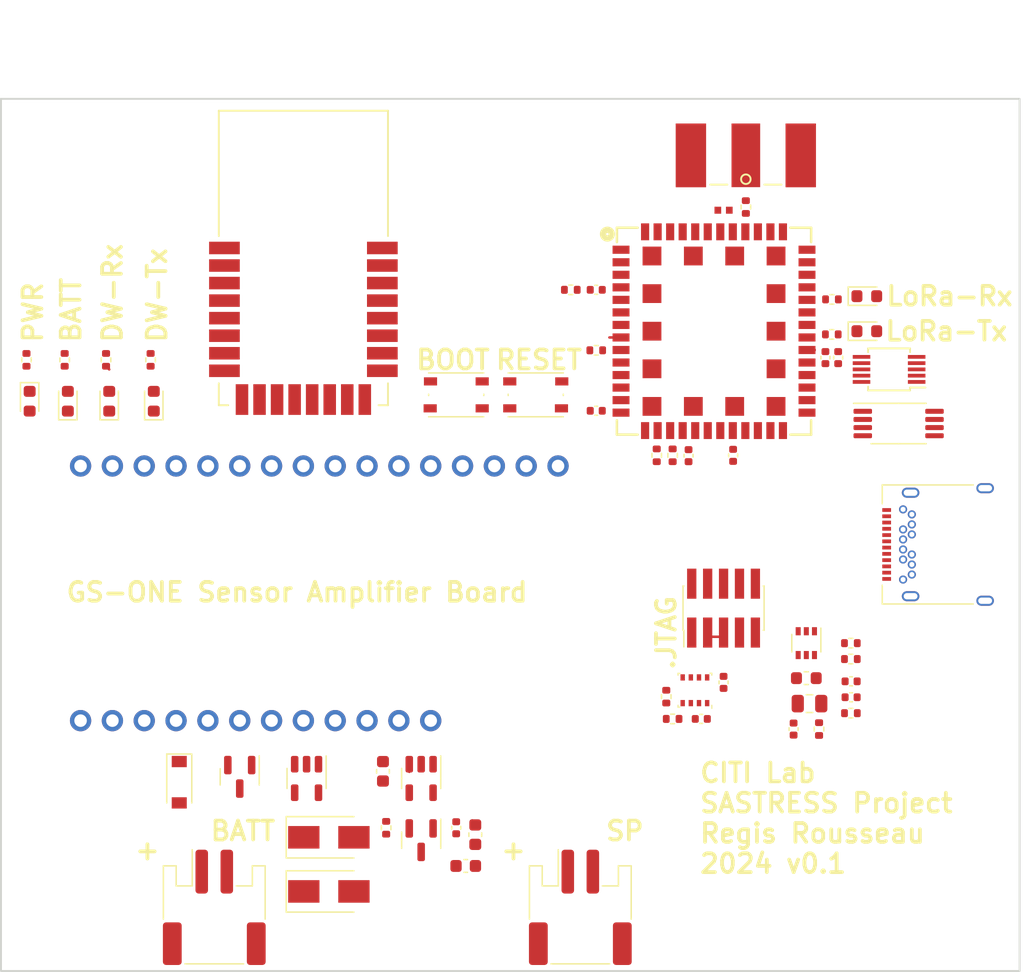
<source format=kicad_pcb>
(kicad_pcb (version 20211014) (generator pcbnew)
  (layers (0 "F.Cu" signal) (1 "In1.Cu" signal) (2 "In2.Cu" signal) (31 "B.Cu" signal) (34 "B.Paste" user) (35 "F.Paste" user) (36 "B.SilkS" user "B.Silkscreen") (37 "F.SilkS" user "F.Silkscreen") (38 "B.Mask" user) (39 "F.Mask" user) (44 "Edge.Cuts" user))
  (net 0 "")
  (net 1 "GND")
  (net 2 "VBAT")
  (net 3 "+BATT")
  (net 4 "+3V3")
  (net 5 "VDD_IN")
  (net 6 "Net-(C105-Pad2)")
  (net 7 "Net-(C106-Pad1)")
  (net 8 "Net-(C107-Pad1)")
  (net 9 "NRST")
  (net 10 "Net-(D100-Pad1)")
  (net 11 "Net-(D101-Pad1)")
  (net 12 "Net-(D101-Pad2)")
  (net 13 "Net-(D102-Pad1)")
  (net 14 "VBUS")
  (net 15 "VDC")
  (net 16 "/STM32WL-MAMWLE-C1/USB_N")
  (net 19 "/STM32WL-MAMWLE-C1/USB_P")
  (net 20 "Net-(D200-Pad2)")
  (net 21 "Net-(D201-Pad2)")
  (net 22 "Net-(J102-PadA5)")
  (net 24 "Net-(J102-PadB5)")
  (net 26 "PA13_SWDIO")
  (net 27 "PA14_SWCLK")
  (net 29 "PA15_JTDI")
  (net 30 "Net-(R104-Pad1)")
  (net 31 "TXLED")
  (net 32 "RXLED")
  (net 33 "DW_IRQ")
  (net 34 "BOOTO")
  (net 35 "BME_SDA")
  (net 36 "BME_SCL")
  (net 37 "LDO_EN")
  (net 40 "DW_WAKEUP")
  (net 41 "DW_RSTn")
  (net 48 "DW_CSn")
  (net 49 "DW_MOSI")
  (net 50 "DW_MISO")
  (net 51 "DW_CLK")
  (net 53 "BME_CLK")
  (net 56 "Net-(CRC200-Pad1)")
  (net 62 "PA11_SWO")
  (net 63 "PB7_RxD1")
  (net 64 "PB6_TxD1")
  (net 65 "ADC0")
  (net 99 "Net-(D202-Pad2)")
  (net 100 "M95_CS")
  (net 101 "M95_CLK")
  (net 102 "M95_MISO")
  (net 103 "M95_MOSI")
  (net 104 "Net-(D203-Pad2)")
  (net 105 "Net-(J201-Pad1)")
  (net 106 "PC0_Tx")
  (net 107 "PC1_Rx")
  (footprint "Mounting_Holes:MountingHole_2.7mm" (layer "F.Cu") (at 58.636 139.088)
    (fp_text reference "MK3" hide)
    (fp_text value "Mounting_Hole_PAD" hide)
  )
  (footprint "Mounting_Holes:MountingHole_2.7mm" (layer "F.Cu") (at 58.6 81.03)
    (fp_text reference "MK1" hide)
    (fp_text value "Mounting_Hole_PAD" hide)
  )
  (footprint "Mounting_Holes:MountingHole_2.7mm" (layer "F.Cu") (at 132.804 80.922)
    (fp_text reference "MK2" hide)
    (fp_text value "Mounting_Hole_PAD" hide)
  )
  (footprint "Mounting_Holes:MountingHole_2.7mm" (layer "F.Cu") (at 132.804 139.088)
    (fp_text reference "MK4" hide)
    (fp_text value "Mounting_Hole_PAD" hide)
  )
  (footprint "Capacitor_SMD:C_0603_1608Metric" (layer "F.Cu") (at 92.926 134.05 -90)
    (fp_text reference "C103" hide)
    (fp_text value "10uF" hide)
  )
  (footprint "Resistor_SMD:R_0402_1005Metric" (layer "F.Cu") (at 67.018 96.162 -90)
    (fp_text reference "R201" hide)
    (fp_text value "1K5" hide)
  )
  (footprint "Connector_JST:JST_PH_S2B-PH-SM4-TB_1x02-1MP_P2.00mm_Horizontal" (layer "F.Cu") (at 101.308 139.85)
    (fp_text reference "J101" hide)
    (fp_text value "JST_PH" hide)
  )
  (footprint "Connector_PinHeader_1.27mm:PinHeader_2x05_P1.27mm_Vertical_SMD" (layer "F.Cu") (at 112.738 115.974 90)
    (fp_text reference "J200" hide)
    (fp_text value "Conn_ARM_JTAG_SWD_10" hide)
  )
  (footprint "RF_Module:DWM1000" (layer "F.Cu") (at 79.21 88.034)
    (fp_text reference "U200" hide)
    (fp_text value "DWM1000" hide)
  )
  (footprint "Capacitor_SMD:C_0402_1005Metric" (layer "F.Cu") (at 121.882 95.984 -90)
    (fp_text reference "C200" hide)
    (fp_text value "100nF" hide)
  )
  (footprint "Package_TO_SOT_SMD:SOT-363_SC-70-6" (layer "F.Cu") (at 119.342 118.768 -90)
    (fp_text reference "D105" hide)
    (fp_text value "NUP2202" hide)
  )
  (footprint "Capacitor_SMD:C_0402_1005Metric" (layer "F.Cu") (at 102.578 90.574 180)
    (fp_text reference "C201" hide)
    (fp_text value "100nF" hide)
  )
  (footprint "LED_SMD:LED_0603_1608Metric" (layer "F.Cu") (at 63.716 99.464 90)
    (fp_text reference "D200" hide)
    (fp_text value "RX-GREEN" hide)
  )
  (footprint "Capacitor_SMD:C_0402_1005Metric" (layer "F.Cu") (at 102.578 100.226)
    (fp_text reference "C204" hide)
    (fp_text value "100nF" hide)
  )
  (footprint "Package_SO:TSSOP-8_4.4x3mm_P0.65mm" (layer "F.Cu") (at 126.708 101.242)
    (fp_text reference "U204" hide)
    (fp_text value "M95M04-DRDW6TP" hide)
  )
  (footprint "sma-142-0701-851:142-0701-851" (layer "F.Cu") (at 114.516 79.6774)
    (fp_text reference "J201" hide)
    (fp_text value "CONN_001P_2-5GND_1" hide)
  )
  (footprint "Package_SO:MSOP-10_3x3mm_P0.5mm" (layer "F.Cu") (at 125.946 96.924 180)
    (fp_text reference "U202" hide)
    (fp_text value "CH340E" hide)
  )
  (footprint "Resistor_SMD:R_0402_1005Metric" (layer "F.Cu") (at 57.112 96.162 90)
    (fp_text reference "R102" hide)
    (fp_text value "1K5" hide)
  )
  (footprint "Connector_USB:USB_C_Receptacle_Amphenol_12401548E4-2A" (layer "F.Cu") (at 130.772 110.894 90)
    (fp_text reference "J102" hide)
    (fp_text value "USB_C_Receptacle_USB2.0" hide)
  )
  (footprint "Package_TO_SOT_SMD:SOT-23-5" (layer "F.Cu") (at 79.464 129.566 -90)
    (fp_text reference "U101" hide)
    (fp_text value "MCP73831" hide)
  )
  (footprint "Capacitor_SMD:C_0402_1005Metric" (layer "F.Cu") (at 109.944 103.808 90)
    (fp_text reference "C100" hide)
    (fp_text value "100nF" hide)
  )
  (footprint "LED_SMD:LED_0603_1608Metric" (layer "F.Cu") (at 60.414 99.464 90)
    (fp_text reference "D101" hide)
    (fp_text value "CH_ORANGE" hide)
  )
  (footprint "Button_Switch_SMD:SW_Push_1P1T_NO_Vertical_Wuerth_434133025816" (layer "F.Cu") (at 91.402 98.956 180)
    (fp_text reference "SW201" hide)
    (fp_text value "BOOTO" hide)
  )
  (footprint "Capacitor_SMD:C_0402_1005Metric" (layer "F.Cu") (at 118.326 125.626 -90)
    (fp_text reference "C107" hide)
    (fp_text value "100nF" hide)
  )
  (footprint "LED_SMD:LED_0603_1608Metric" (layer "F.Cu") (at 124.168 91.082)
    (fp_text reference "D202" hide)
    (fp_text value "RX-GREEN" hide)
  )
  (footprint "Package_TO_SOT_SMD:SOT-23" (layer "F.Cu") (at 74.13 129.436 -90)
    (fp_text reference "Q100" hide)
    (fp_text value "SI2323DS" hide)
  )
  (footprint "Resistor_SMD:R_0402_1005Metric" (layer "F.Cu") (at 108.674 103.78 90)
    (fp_text reference "R100" hide)
    (fp_text value "1M" hide)
  )
  (footprint "Connector_JST:JST_PH_S2B-PH-SM4-TB_1x02-1MP_P2.00mm_Horizontal" (layer "F.Cu") (at 72.098 139.85)
    (fp_text reference "J100" hide)
    (fp_text value "JST_PH" hide)
  )
  (footprint "Inductor_SMD:L_0603_1608Metric" (layer "F.Cu") (at 119.342 121.562 180)
    (fp_text reference "FB100" hide)
    (fp_text value "PZ1608D221-1R0TF" hide)
  )
  (footprint "Capacitor_SMD:C_0402_1005Metric" (layer "F.Cu") (at 120.866 95.984 90)
    (fp_text reference "C205" hide)
    (fp_text value "100nF" hide)
  )
  (footprint "LED_SMD:LED_0603_1608Metric" (layer "F.Cu") (at 57.366 99.464 -90)
    (fp_text reference "D100" hide)
    (fp_text value "PWR-RED" hide)
  )
  (footprint "Resistor_SMD:R_0402_1005Metric" (layer "F.Cu") (at 114.516 83.968 90)
    (fp_text reference "R209" hide)
    (fp_text value "0R" hide)
  )
  (footprint "Resistor_SMD:R_0402_1005Metric" (layer "F.Cu") (at 102.578 95.4 180)
    (fp_text reference "R202" hide)
    (fp_text value "1K5" hide)
  )
  (footprint "LED_SMD:LED_0603_1608Metric" (layer "F.Cu") (at 67.272 99.464 90)
    (fp_text reference "D201" hide)
    (fp_text value "TX-BLUE" hide)
  )
  (footprint "Button_Switch_SMD:SW_Push_1P1T_NO_Vertical_Wuerth_434133025816" (layer "F.Cu") (at 97.752 98.956)
    (fp_text reference "SW200" hide)
    (fp_text value "RESET" hide)
  )
  (footprint "Resistor_SMD:R_0402_1005Metric" (layer "F.Cu") (at 122.898 124.356)
    (fp_text reference "R106" hide)
    (fp_text value "1M" hide)
  )
  (footprint "Capacitor_SMD:C_0603_1608Metric" (layer "F.Cu") (at 92.164 136.548)
    (fp_text reference "C104" hide)
    (fp_text value "10uF" hide)
  )
  (footprint "Resistor_SMD:R_0402_1005Metric" (layer "F.Cu") (at 121.374 94.13)
    (fp_text reference "R207" hide)
    (fp_text value "1K5" hide)
  )
  (footprint "Diode_SMD:D_SMA" (layer "F.Cu") (at 81.242 134.262)
    (fp_text reference "D102" hide)
    (fp_text value "SS14" hide)
  )
  (footprint "Capacitor_SMD:C_0402_1005Metric" (layer "F.Cu") (at 122.916 123.086)
    (fp_text reference "C105" hide)
    (fp_text value "10nF" hide)
  )
  (footprint "Resistor_SMD:R_0402_1005Metric" (layer "F.Cu") (at 120.358 125.624 -90)
    (fp_text reference "R105" hide)
    (fp_text value "100K" hide)
  )
  (footprint "Resistor_SMD:R_0402_1005Metric" (layer "F.Cu") (at 108.674 124.814)
    (fp_text reference "R205" hide)
    (fp_text value "5K1" hide)
  )
  (footprint "pgb1010402:PGB1010402KR" (layer "F.Cu") (at 112.738 84.222 180)
    (fp_text reference "CRC200" hide)
    (fp_text value "PGB1010402" hide)
  )
  (footprint "LED_SMD:LED_0603_1608Metric" (layer "F.Cu") (at 124.168 93.876)
    (fp_text reference "D203" hide)
    (fp_text value "TX-BLUE" hide)
  )
  (footprint "Capacitor_SMD:C_0402_1005Metric" (layer "F.Cu") (at 112.738 121.898 -90)
    (fp_text reference "C202" hide)
    (fp_text value "100nF" hide)
  )
  (footprint "Capacitor_SMD:C_0402_1005Metric" (layer "F.Cu") (at 113.5 103.782 -90)
    (fp_text reference "C206" hide)
    (fp_text value "100nF" hide)
  )
  (footprint "Diode_SMD:D_SOD-123" (layer "F.Cu") (at 69.304 129.866 -90)
    (fp_text reference "D104" hide)
    (fp_text value "B5819W" hide)
  )
  (footprint "Capacitor_SMD:C_0603_1608Metric" (layer "F.Cu") (at 85.56 128.996 -90)
    (fp_text reference "C101" hide)
    (fp_text value "10uF" hide)
  )
  (footprint "Resistor_SMD:R_0402_1005Metric" (layer "F.Cu") (at 107.404 103.78 -90)
    (fp_text reference "R101" hide)
    (fp_text value "1M" hide)
  )
  (footprint "Capacitor_SMD:C_0402_1005Metric" (layer "F.Cu") (at 91.402 133.5 -90)
    (fp_text reference "C102" hide)
    (fp_text value "100nF" hide)
  )
  (footprint "MAMWLExx:MAMWLExx" (layer "F.Cu") (at 111.976 93.876)
    (fp_text reference "U201" hide)
    (fp_text value "MAMWLExx" hide)
  )
  (footprint "Package_LGA:Bosch_LGA-8_2.5x2.5mm_P0.65mm_ClockwisePinNumbering" (layer "F.Cu") (at 110.452 122.528 180)
    (fp_text reference "U203" hide)
    (fp_text value "BME280" hide)
  )
  (footprint "Diode_SMD:D_SMA" (layer "F.Cu") (at 81.242 138.58)
    (fp_text reference "D103" hide)
    (fp_text value "SS14" hide)
  )
  (footprint "Resistor_SMD:R_0402_1005Metric" (layer "F.Cu") (at 121.386 91.336)
    (fp_text reference "R206" hide)
    (fp_text value "1k5" hide)
  )
  (footprint "Resistor_SMD:R_0402_1005Metric" (layer "F.Cu") (at 85.814 133.5 90)
    (fp_text reference "R104" hide)
    (fp_text value "4K7" hide)
  )
  (footprint "Fuse:Fuse_0805_2012Metric" (layer "F.Cu") (at 119.596 123.594)
    (fp_text reference "F101" hide)
    (fp_text value "0.75A" hide)
  )
  (footprint "Resistor_SMD:R_0402_1005Metric" (layer "F.Cu") (at 100.548 90.574)
    (fp_text reference "R203" hide)
    (fp_text value "100K" hide)
  )
  (footprint "Resistor_SMD:R_0402_1005Metric" (layer "F.Cu") (at 122.896 120.038)
    (fp_text reference "R107" hide)
    (fp_text value "5K1" hide)
  )
  (footprint "Resistor_SMD:R_0402_1005Metric" (layer "F.Cu") (at 108.166 123.036 90)
    (fp_text reference "R204" hide)
    (fp_text value "5K1" hide)
  )
  (footprint "Capacitor_SMD:C_0402_1005Metric" (layer "F.Cu") (at 122.916 121.816)
    (fp_text reference "C106" hide)
    (fp_text value "10nF" hide)
  )
  (footprint "Package_TO_SOT_SMD:SOT-23" (layer "F.Cu") (at 88.608 134.49 -90)
    (fp_text reference "U100" hide)
    (fp_text value "TPS3809K33D" hide)
  )
  (footprint "Resistor_SMD:R_0402_1005Metric" (layer "F.Cu") (at 122.896 118.768)
    (fp_text reference "R108" hide)
    (fp_text value "5K1" hide)
  )
  (footprint "Resistor_SMD:R_0402_1005Metric" (layer "F.Cu") (at 63.462 96.162 -90)
    (fp_text reference "R200" hide)
    (fp_text value "1k5" hide)
  )
  (footprint "penguino_v1:Feather-Generic-no-holes" (layer "F.Cu") (at 105.88 103.3615 -90)
    (fp_text reference "U300" hide)
    (fp_text value "Feather-Generic")
  )
  (footprint "Capacitor_SMD:C_0402_1005Metric" (layer "F.Cu") (at 110.96 124.814)
    (fp_text reference "C203" hide)
    (fp_text value "100nF" hide)
  )
  (footprint "Resistor_SMD:R_0402_1005Metric" (layer "F.Cu") (at 60.16 96.162 -90)
    (fp_text reference "R103" hide)
    (fp_text value "1K5" hide)
  )
  (footprint "Package_TO_SOT_SMD:TSOT-23-5" (layer "F.Cu") (at 88.608 129.566 -90)
    (fp_text reference "U102" hide)
    (fp_text value "RT9078-33GJ5" hide)
  )
  (gr_rect (start 55.08 75.334) (end 136.36 144.93) (layer "Edge.Cuts") (width 0.15) (fill none))
  (gr_text "+" (at 66.764 135.278) (layer "F.SilkS") (effects (font (size 1.5 1.5) (thickness 0.3))))
  (gr_text "SP" (at 104.864 133.754) (layer "F.SilkS") (effects (font (size 1.5 1.5) (thickness 0.3))))
  (gr_text "DW-Rx" (at 63.97 90.828 90) (layer "F.SilkS") (effects (font (size 1.5 1.5) (thickness 0.3))))
  (gr_text "." (at 108.674 119.866) (layer "F.SilkS") (effects (font (size 1.5 1.5) (thickness 0.3))))
  (gr_text "RESET" (at 98.006 96.162) (layer "F.SilkS") (effects (font (size 1.5 1.5) (thickness 0.3))))
  (gr_text "JTAG" (at 108.166 117.58 90) (layer "F.SilkS") (effects (font (size 1.5 1.5) (thickness 0.3))))
  (gr_text "+" (at 95.974 135.278) (layer "F.SilkS") (effects (font (size 1.5 1.5) (thickness 0.3))))
  (gr_text "BOOT" (at 91.148 96.162) (layer "F.SilkS") (effects (font (size 1.5 1.5) (thickness 0.3))))
  (gr_text "CITI Lab\nSASTRESS Project\nRegis Rousseau\n2024 v0.1" (at 110.706 132.738) (layer "F.SilkS") (effects (font (size 1.5 1.5) (thickness 0.3)) (justify left)))
  (gr_text "DW-Tx" (at 67.526 91.006572 90) (layer "F.SilkS") (effects (font (size 1.5 1.5) (thickness 0.3))))
  (gr_text "BATT" (at 74.384 133.754) (layer "F.SilkS") (effects (font (size 1.5 1.5) (thickness 0.3))))
  (gr_text "PWR" (at 57.62 92.363714 90) (layer "F.SilkS") (effects (font (size 1.5 1.5) (thickness 0.3))))
  (gr_text "GS-ONE Sensor Amplifier Board" (at 78.702 114.704) (layer "F.SilkS") (effects (font (size 1.5 1.5) (thickness 0.3))))
  (gr_text "LoRa-Rx" (at 130.772 91.082) (layer "F.SilkS") (effects (font (size 1.5 1.5) (thickness 0.3))))
  (gr_text "BATT" (at 60.668 92.185143 90) (layer "F.SilkS") (effects (font (size 1.5 1.5) (thickness 0.3))))
  (gr_text "LoRa-Tx" (at 130.518 93.876) (layer "F.SilkS") (effects (font (size 1.5 1.5) (thickness 0.3))))
  (segment (start 112.738 118.26) (end 111.468 118.26) (width 0.2) (layer "F.Cu") (net 1))
  (segment (start 119.9087 95.376) (end 119.396 95.376) (width 0.4) (layer "F.Cu") (net 4))
  (segment (start 92.671 133.02) (end 92.926 133.275) (width 0.4) (layer "F.Cu") (net 4))
  (segment (start 63.462 96.672) (end 63.716 96.926) (width 0.2) (layer "F.Cu") (net 20))
  (segment (start 87.658 128.4285) (end 87.658 129.0397) (width 0.2) (layer "F.Cu") (net 37))
  (segment (start 104.556 94.376) (end 103.6307 94.376) (width 0.2) (layer "F.Cu") (net 40))
)
</source>
